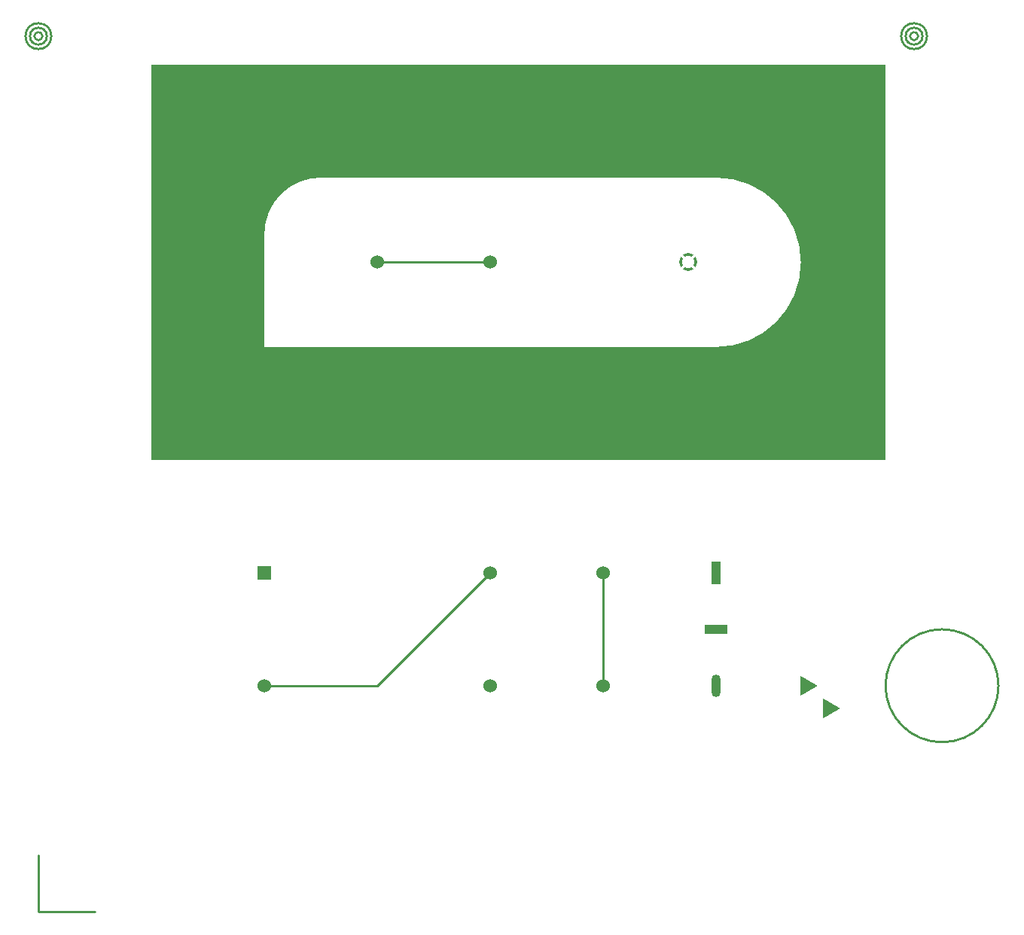
<source format=gbr>
G04 Ucamco es. 2: Shapes*
%FSLAX26Y26*%
%MOIN*%
%TF.Part,Other*%
%LPD*%
G04 Define Apertures*
%AMTARGET125*
6,0,0,0.125,.01,0.01,3,0.003,0.150,0*%
%AMTHERMAL80*
7,0,0,0.080,0.055,0.0125,45*%
%ADD10C,0.01*%
%ADD11C,0.06*%
%ADD12R,0.06X0.06*%
%ADD13R,0.04X0.100*%
%ADD14R,0.100X0.04*%
%ADD15O,0.04X0.100*%
%ADD16P,0.100X3*%
%ADD17P,0.100X3*%
%ADD18TARGET125*%
%ADD19THERMAL80*%
G04 Start image generation *
D10*
X0Y250000D02*
G01*
X0Y0D01*
X250000Y0D01*
X1000000Y1000000D02*
X1500000D01*
X2000000Y1500000D01*
X2500000D02*
Y1000000D01*
D11*
X1000000Y1000000D03*
X2000000D03*
X2500000D03*
Y1500000D03*
X2000000D03*
D12*
X1000000Y1500000D03*
D13*
X3000000Y1500000D03*
D14*
Y1250000D03*
D15*
Y1000000D03*
D10*
X3750000Y1000000D02*
G75*
G03*
X3750000Y1000000I250000J0D01*
D16*
X3400000Y1000000D03*
D17*
X3500000Y900000D03*
D10*
G36*
X500000Y2000000D02*
G01*
Y3750000D01*
X3750000D01*
Y2000000D01*
X500000D01*
G37*
D18*
X0Y3875000D03*
X3875000Y3875000D03*
%LPC*%
G36*
X1000000Y2500000D02*
Y3000000D01*
G74*
G02*
X1250000Y3250000I250000J0D01*
G01*
X3000000D01*
G75*
G02*
X3000000Y2500000I0J-375000D01*
G01*
X1000000D01*
G37*
%LPD*%
D10*
X1500000Y2875000D02*
X2000000D01*
D11*
X1500000Y2875000D03*
X2000000D03*
D19*
X2875000Y2875000D03*
%TD.MD5,c637222723797acbb5d81635a1804*%
M02*

</source>
